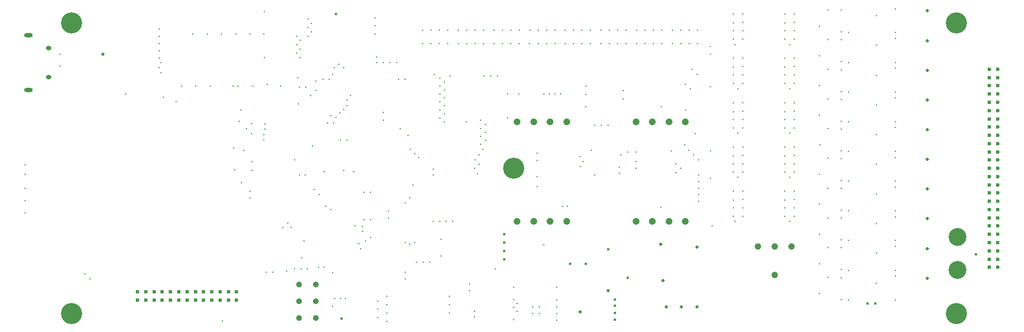
<source format=gbr>
%TF.GenerationSoftware,Altium Limited,Altium Designer,22.4.2 (48)*%
G04 Layer_Color=0*
%FSLAX45Y45*%
%MOMM*%
%TF.SameCoordinates,3A7B4B19-9BDF-4AC5-8A71-DEF6C9DA19E2*%
%TF.FilePolarity,Positive*%
%TF.FileFunction,Plated,1,6,PTH,Drill*%
%TF.Part,Single*%
G01*
G75*
%TA.AperFunction,ComponentDrill*%
%ADD188C,0.60000*%
%ADD189C,2.70000*%
%ADD190C,0.60000*%
%ADD191C,1.00000*%
%ADD192C,1.06000*%
%ADD193O,0.85000X0.65000*%
%ADD194O,1.30000X0.60000*%
%ADD195C,0.90000*%
%TA.AperFunction,ViaDrill,NotFilled*%
%ADD196C,0.30000*%
%ADD197C,0.50000*%
%ADD198C,1.00000*%
%ADD199C,0.40000*%
%ADD200C,3.20000*%
D188*
X5299999Y1630000D02*
D03*
X5050002D02*
D03*
X4924998D02*
D03*
X4675001D02*
D03*
X4550003D02*
D03*
X4300000D02*
D03*
X4175002D02*
D03*
X3925000D02*
D03*
X3800002D02*
D03*
X3800001Y1505001D02*
D03*
X5175000Y1630000D02*
D03*
X5175000Y1505001D02*
D03*
X4800000Y1630000D02*
D03*
X4424999D02*
D03*
X4424999Y1505001D02*
D03*
X4800000D02*
D03*
X4049999Y1630000D02*
D03*
Y1505001D02*
D03*
X5299998D02*
D03*
X5050002D02*
D03*
X4924998D02*
D03*
X4675001D02*
D03*
X4550003D02*
D03*
X4300001D02*
D03*
X4175002D02*
D03*
X3925000D02*
D03*
D189*
X16220000Y2460000D02*
D03*
X16220000Y1959996D02*
D03*
D190*
X16700000Y2250000D02*
D03*
X16825000D02*
D03*
X16700000Y4875000D02*
D03*
X16825000D02*
D03*
X16700000Y4625000D02*
D03*
X16825000D02*
D03*
X16700000Y4375000D02*
D03*
X16825000D02*
D03*
X16700000Y4125000D02*
D03*
X16825000D02*
D03*
X16700000Y3875000D02*
D03*
X16825000D02*
D03*
X16700000Y3625000D02*
D03*
X16825000D02*
D03*
X16700000Y3375000D02*
D03*
X16825000D02*
D03*
X16700000Y3125000D02*
D03*
X16825000D02*
D03*
X16700000Y2875000D02*
D03*
X16825000D02*
D03*
X16700000Y2625000D02*
D03*
X16825000D02*
D03*
X16700000Y2500000D02*
D03*
X16825000Y2375000D02*
D03*
Y2500000D02*
D03*
X16700000Y2125000D02*
D03*
X16825000D02*
D03*
X16700000Y2375000D02*
D03*
Y2000000D02*
D03*
X16825000D02*
D03*
Y2750000D02*
D03*
Y3000000D02*
D03*
Y3250000D02*
D03*
Y3500000D02*
D03*
Y3750000D02*
D03*
Y4000000D02*
D03*
Y4250000D02*
D03*
Y4500000D02*
D03*
Y4750000D02*
D03*
Y5000000D02*
D03*
X16700000Y2750000D02*
D03*
Y3000000D02*
D03*
Y3250000D02*
D03*
Y3500000D02*
D03*
Y3750000D02*
D03*
Y4000000D02*
D03*
Y4250000D02*
D03*
Y4500000D02*
D03*
Y4750000D02*
D03*
Y5000000D02*
D03*
D191*
X13450000Y2315000D02*
D03*
X13703999D02*
D03*
X13196001D02*
D03*
D192*
X9800000Y4199999D02*
D03*
Y2699999D02*
D03*
X10299999Y4199999D02*
D03*
X10050002Y4199999D02*
D03*
X9549998D02*
D03*
X11349998Y4200002D02*
D03*
X11600000D02*
D03*
X11850002D02*
D03*
X12099999Y4200001D02*
D03*
X12100001Y2700001D02*
D03*
X11849999Y2700001D02*
D03*
X11599997D02*
D03*
X11350000D02*
D03*
X9549998Y2699999D02*
D03*
X10050002D02*
D03*
X10299999Y2699999D02*
D03*
D193*
X2450000Y5322500D02*
D03*
Y4877497D02*
D03*
D194*
X2150001Y5517501D02*
D03*
X2150001Y4682502D02*
D03*
D195*
X6499999Y1744000D02*
D03*
X6245999D02*
D03*
Y1490000D02*
D03*
X6499999D02*
D03*
X6245998Y1236000D02*
D03*
X6499999D02*
D03*
D196*
X5410000Y3770000D02*
D03*
X5530000Y3605000D02*
D03*
Y3470000D02*
D03*
X6215000Y5502501D02*
D03*
X6500000Y4825000D02*
D03*
X6225000Y4875000D02*
D03*
X6700000Y4850000D02*
D03*
X6325000Y2400000D02*
D03*
X5365000Y4385000D02*
D03*
X6730000Y4300000D02*
D03*
X5760000Y4770000D02*
D03*
X5720000Y5180000D02*
D03*
Y5875000D02*
D03*
X5340000Y4210000D02*
D03*
X5450000Y4100000D02*
D03*
X8450000Y4565000D02*
D03*
X6240000Y4475000D02*
D03*
X6350000Y4725000D02*
D03*
X11880000Y3760000D02*
D03*
X11950000Y3565000D02*
D03*
X12025000Y3500000D02*
D03*
X12085000Y3860000D02*
D03*
X12300000Y3100000D02*
D03*
X12150000Y3775000D02*
D03*
X11160000Y4555000D02*
D03*
Y4679998D02*
D03*
X9215000Y1975000D02*
D03*
X9500000Y1695000D02*
D03*
X6062196Y1944395D02*
D03*
X7850000Y1825000D02*
D03*
Y1925000D02*
D03*
X7600000Y2850000D02*
D03*
X7325000Y2450000D02*
D03*
X7250000Y2400000D02*
D03*
X7210000Y2540000D02*
D03*
X6750000Y1920000D02*
D03*
X7600000Y2750000D02*
D03*
X7095000Y2625000D02*
D03*
X6975000Y3925000D02*
D03*
X6875000Y3925294D02*
D03*
X6425000Y4600000D02*
D03*
X6500000Y4675000D02*
D03*
X5715000Y4010000D02*
D03*
X5730000Y4170000D02*
D03*
X5725000Y4090000D02*
D03*
X5500000Y3150000D02*
D03*
X6550000Y3100000D02*
D03*
X6475000Y3175000D02*
D03*
X7975000Y3250000D02*
D03*
X6340000Y3400000D02*
D03*
X6125000Y2600000D02*
D03*
X7200000Y2620000D02*
D03*
X5500000Y3050000D02*
D03*
X5255000Y3805000D02*
D03*
X6285000Y2150000D02*
D03*
X6075000Y2675000D02*
D03*
X6975000Y4530000D02*
D03*
X7025000Y4600000D02*
D03*
X6450000Y3840000D02*
D03*
X6920000Y4390000D02*
D03*
X6860000Y4335000D02*
D03*
X6975000Y4450000D02*
D03*
X6800000Y4275000D02*
D03*
X5085000Y1185503D02*
D03*
X13600000Y5454500D02*
D03*
X12820001D02*
D03*
X11199999Y5390000D02*
D03*
X12279999D02*
D03*
X11739999D02*
D03*
X13600000Y4784500D02*
D03*
Y4114501D02*
D03*
X12820001Y4784500D02*
D03*
Y4114501D02*
D03*
X13600000Y3444501D02*
D03*
X12820001D02*
D03*
X13600000Y2774501D02*
D03*
X12820001D02*
D03*
X11100000Y3515000D02*
D03*
X10659999Y5390000D02*
D03*
X10119999D02*
D03*
X9579999D02*
D03*
X10587500Y4617500D02*
D03*
X9039999Y5390000D02*
D03*
X8499999D02*
D03*
X9050000Y4900000D02*
D03*
X9850000Y3730002D02*
D03*
X10500000Y3530002D02*
D03*
X7525000Y4350000D02*
D03*
X6680000Y4190000D02*
D03*
X7775000Y4100000D02*
D03*
X6385000Y5632501D02*
D03*
X4156716Y5100000D02*
D03*
X3620000Y4625000D02*
D03*
X5275000Y3475000D02*
D03*
X4379998Y4510000D02*
D03*
X2100000Y3550000D02*
D03*
X9850000Y3225000D02*
D03*
X8275000Y3400000D02*
D03*
X7850000Y2975000D02*
D03*
X8400000Y2175000D02*
D03*
X10150000Y1700000D02*
D03*
Y1500000D02*
D03*
X9885000Y1300000D02*
D03*
Y1400000D02*
D03*
X9785000D02*
D03*
Y1300000D02*
D03*
X7575000Y1433500D02*
D03*
X6725000Y2875000D02*
D03*
X7175000Y2280000D02*
D03*
X2100000Y2819998D02*
D03*
X5850000Y1925000D02*
D03*
X3000000Y1900000D02*
D03*
X8775000Y4200000D02*
D03*
X8535000Y4900000D02*
D03*
X7850000Y2375000D02*
D03*
X7925000Y2350000D02*
D03*
X8000000Y2375000D02*
D03*
X6750000Y1410000D02*
D03*
X11725000Y2905000D02*
D03*
X6950000Y1525000D02*
D03*
X7440000Y1490000D02*
D03*
Y1240000D02*
D03*
Y1365000D02*
D03*
X6870000Y1525000D02*
D03*
X6790000D02*
D03*
X6770000Y4190000D02*
D03*
X4465000Y4745000D02*
D03*
X4125000Y5025000D02*
D03*
X4150000Y4951252D02*
D03*
X4125000Y5281249D02*
D03*
Y5171252D02*
D03*
Y5391251D02*
D03*
Y5501248D02*
D03*
Y5611251D02*
D03*
X7225000Y3140000D02*
D03*
X7325000D02*
D03*
X6264930Y5307423D02*
D03*
X6265000Y5437500D02*
D03*
X6385000Y5502501D02*
D03*
X6215000Y5372500D02*
D03*
X8275000Y3485000D02*
D03*
X6625000Y3450000D02*
D03*
X6175000Y3625000D02*
D03*
X6925000Y3465000D02*
D03*
X7075000Y3450000D02*
D03*
X7150000Y2355000D02*
D03*
X6250000Y3400000D02*
D03*
X7525000Y4225000D02*
D03*
X7900000Y4000000D02*
D03*
X6650000Y2925000D02*
D03*
X9950000Y2345000D02*
D03*
X5370000Y3285000D02*
D03*
X8575000Y2700000D02*
D03*
X10230000Y2925000D02*
D03*
X10310000D02*
D03*
X7725000Y5100000D02*
D03*
X7625000D02*
D03*
X7525000D02*
D03*
X7425000D02*
D03*
Y5185000D02*
D03*
X7325000Y2725000D02*
D03*
X7225000D02*
D03*
X9400000Y4265000D02*
D03*
X8450000Y4205000D02*
D03*
X10035000Y4625000D02*
D03*
X7750000Y4850000D02*
D03*
X7850000D02*
D03*
X10205000Y4625000D02*
D03*
X10120000D02*
D03*
X10587500Y4430001D02*
D03*
X11350000Y3750000D02*
D03*
X11225000D02*
D03*
X9950000Y4625000D02*
D03*
X10725000Y4150000D02*
D03*
X10675000Y3775000D02*
D03*
X10550000Y3600000D02*
D03*
X10500000Y3679999D02*
D03*
X9850000Y3375000D02*
D03*
Y3620000D02*
D03*
X10925000Y4150000D02*
D03*
X10825000D02*
D03*
X11125000Y3700000D02*
D03*
X11100000Y3425000D02*
D03*
X10725000Y3400000D02*
D03*
X8025000Y2075000D02*
D03*
X8125000D02*
D03*
X8225000D02*
D03*
X11735000Y4435000D02*
D03*
X11350000Y3600000D02*
D03*
Y3500000D02*
D03*
X11950000Y3435000D02*
D03*
X8060000Y3660000D02*
D03*
X8372997Y5390000D02*
D03*
X8245997Y5590000D02*
D03*
X8372997D02*
D03*
X7995000Y3725000D02*
D03*
X7930000Y3790000D02*
D03*
X8245997Y5390000D02*
D03*
X8900000Y1330000D02*
D03*
Y1250000D02*
D03*
X8825000Y1750000D02*
D03*
Y1650000D02*
D03*
X9495000Y1510000D02*
D03*
X8400000Y2425000D02*
D03*
X9550000Y1450000D02*
D03*
X9495000Y1390000D02*
D03*
X9550000Y1330000D02*
D03*
X9500000Y1210000D02*
D03*
X10150000Y1200000D02*
D03*
Y1300000D02*
D03*
Y1400000D02*
D03*
X8525000Y1305000D02*
D03*
Y1435000D02*
D03*
Y1560500D02*
D03*
X7575000Y1306500D02*
D03*
X6540000Y2000000D02*
D03*
X6375000Y1975000D02*
D03*
X7575000Y1179500D02*
D03*
Y1560500D02*
D03*
X6625000Y2000000D02*
D03*
X15280000Y1505000D02*
D03*
X12500000Y2630000D02*
D03*
X8475000Y2700000D02*
D03*
X12300000Y3400000D02*
D03*
X8375000Y2700000D02*
D03*
X8275000D02*
D03*
X7925000Y3050000D02*
D03*
X12300000Y3000000D02*
D03*
Y3200000D02*
D03*
Y3300000D02*
D03*
Y3625000D02*
D03*
X12475000Y3765000D02*
D03*
X12225000Y3700000D02*
D03*
X8945000Y3420000D02*
D03*
X8900000Y3500000D02*
D03*
X8975000Y3560000D02*
D03*
X8910000Y3630000D02*
D03*
X8975000Y3700000D02*
D03*
X12250000Y4025000D02*
D03*
X12275000Y4925000D02*
D03*
X12175000Y4700000D02*
D03*
X12200000Y5000000D02*
D03*
X12100000Y4775000D02*
D03*
X9000000Y4225000D02*
D03*
X9575000Y4625000D02*
D03*
X12475000Y4735000D02*
D03*
X13600000Y4360000D02*
D03*
Y4495501D02*
D03*
X9400000Y4625000D02*
D03*
X9250000Y4900000D02*
D03*
X12820001Y5165500D02*
D03*
X12970001D02*
D03*
X13675000Y5375000D02*
D03*
X8375000Y4865000D02*
D03*
X8295000Y4925000D02*
D03*
X12820001Y5835500D02*
D03*
X12025997Y5390000D02*
D03*
X12105000Y4385000D02*
D03*
X12152997Y5390000D02*
D03*
X9737499D02*
D03*
X11072997Y5590000D02*
D03*
X11357499Y5390000D02*
D03*
X11072997D02*
D03*
X12152997Y5590000D02*
D03*
X9150000Y4900000D02*
D03*
X14135001Y3855001D02*
D03*
X14460001Y3765000D02*
D03*
X14460001Y3644995D02*
D03*
Y1844995D02*
D03*
X14460001Y1965000D02*
D03*
X12475000Y3350000D02*
D03*
X14255000Y2300001D02*
D03*
X14460001Y2294995D02*
D03*
X14460001Y2415000D02*
D03*
Y2865000D02*
D03*
X14460001Y2744995D02*
D03*
X14125000Y3405001D02*
D03*
X13675000Y4705000D02*
D03*
X12895001D02*
D03*
X12820001Y4495501D02*
D03*
X14460001Y4665000D02*
D03*
X14460001Y4544994D02*
D03*
X14125000Y2055001D02*
D03*
X12475000Y5225000D02*
D03*
Y5350000D02*
D03*
X14255000Y5000000D02*
D03*
Y5450000D02*
D03*
X14460001Y5565000D02*
D03*
X14460001Y5444994D02*
D03*
X14564999Y5105000D02*
D03*
Y4655000D02*
D03*
Y4205000D02*
D03*
Y3755000D02*
D03*
Y3305000D02*
D03*
Y2855000D02*
D03*
Y2405000D02*
D03*
Y1955000D02*
D03*
Y1505000D02*
D03*
Y5555000D02*
D03*
X9035000Y3785000D02*
D03*
X9000000Y3865000D02*
D03*
X9075000Y3925000D02*
D03*
X9000000Y3985000D02*
D03*
X9075000Y4045000D02*
D03*
X9000000Y4105000D02*
D03*
X9075000Y4165000D02*
D03*
X8375000Y4265000D02*
D03*
Y4385000D02*
D03*
Y4505000D02*
D03*
X8450000Y4685000D02*
D03*
X8375000Y4745000D02*
D03*
X8450000Y4325000D02*
D03*
Y4445000D02*
D03*
X8375000Y4625000D02*
D03*
X8450000Y4805000D02*
D03*
X14255000Y1850001D02*
D03*
X13750000Y3155501D02*
D03*
X14125000Y2505001D02*
D03*
Y2955001D02*
D03*
X13750000Y5454500D02*
D03*
X12970001Y2774501D02*
D03*
Y2901501D02*
D03*
Y3028501D02*
D03*
Y3155501D02*
D03*
X12850000Y2695000D02*
D03*
X12820001Y2901501D02*
D03*
Y3020000D02*
D03*
Y3155501D02*
D03*
X13750000Y2774501D02*
D03*
Y2901501D02*
D03*
Y3028501D02*
D03*
X13675000Y2695000D02*
D03*
X13600000Y2901501D02*
D03*
Y3020000D02*
D03*
Y3155501D02*
D03*
X12970001Y3444501D02*
D03*
Y3571501D02*
D03*
Y3698501D02*
D03*
Y3825501D02*
D03*
X12895001Y3365000D02*
D03*
X12820001Y3571501D02*
D03*
Y3690000D02*
D03*
Y3825501D02*
D03*
X13750000Y3444501D02*
D03*
Y3571501D02*
D03*
Y3698501D02*
D03*
Y3825501D02*
D03*
X13675000Y3365000D02*
D03*
X13600000Y3571501D02*
D03*
Y3690000D02*
D03*
Y3825501D02*
D03*
X12970001Y4114501D02*
D03*
Y4241501D02*
D03*
Y4368501D02*
D03*
Y4495501D02*
D03*
X12895001Y4035000D02*
D03*
X12820001Y4241501D02*
D03*
Y4360000D02*
D03*
X13750000Y4114501D02*
D03*
Y4241501D02*
D03*
Y4368501D02*
D03*
Y4495501D02*
D03*
X13675000Y4035000D02*
D03*
X13600000Y4241501D02*
D03*
X12970001Y4784500D02*
D03*
Y4911500D02*
D03*
Y5038500D02*
D03*
X12820001Y4911500D02*
D03*
Y5030000D02*
D03*
X13750000Y4784500D02*
D03*
Y4911500D02*
D03*
Y5038500D02*
D03*
Y5165500D02*
D03*
X13600000Y4911500D02*
D03*
Y5030000D02*
D03*
Y5165500D02*
D03*
X12970001Y5454500D02*
D03*
Y5581500D02*
D03*
Y5708500D02*
D03*
Y5835500D02*
D03*
X12850000Y5375000D02*
D03*
X12820001Y5581500D02*
D03*
Y5700000D02*
D03*
X13600000D02*
D03*
X14460001Y1515000D02*
D03*
X14125000Y1605001D02*
D03*
X15280000Y1865000D02*
D03*
X14989999Y1759995D02*
D03*
X15280000Y1955000D02*
D03*
Y2315000D02*
D03*
X14989999Y2209995D02*
D03*
X15280000Y2405000D02*
D03*
Y2765000D02*
D03*
X14989999Y2659995D02*
D03*
X14255000Y2750001D02*
D03*
X15280000Y2854999D02*
D03*
Y3214999D02*
D03*
X14460001Y3194995D02*
D03*
X14989999Y3109995D02*
D03*
X14255000Y3200001D02*
D03*
X14460001Y3315000D02*
D03*
X15280000Y3304999D02*
D03*
Y3664999D02*
D03*
X14989999Y3559995D02*
D03*
X14255000Y3650001D02*
D03*
X15280000Y3754999D02*
D03*
Y4114999D02*
D03*
X14460001Y4094995D02*
D03*
X14989999Y4009995D02*
D03*
X14255000Y4100000D02*
D03*
X14460001Y4215000D02*
D03*
X14125000Y4305001D02*
D03*
X15280000Y4204999D02*
D03*
Y4564999D02*
D03*
X14989999Y4459995D02*
D03*
X14255000Y4550000D02*
D03*
X14125000Y4755000D02*
D03*
X15280000Y4654999D02*
D03*
Y5014999D02*
D03*
X14460001Y4994994D02*
D03*
X14989999Y4909994D02*
D03*
X14460001Y5115000D02*
D03*
X14125000Y5205000D02*
D03*
X15280000Y5104999D02*
D03*
Y5464999D02*
D03*
X14989999Y5359994D02*
D03*
X14125000Y5655000D02*
D03*
X15280000Y5554999D02*
D03*
Y5914999D02*
D03*
X14255000Y5900000D02*
D03*
X14460001Y5894994D02*
D03*
X14989999Y5809994D02*
D03*
X13600000Y5581500D02*
D03*
X13750000D02*
D03*
Y5708500D02*
D03*
Y5835500D02*
D03*
X13600000D02*
D03*
X6250000Y4725000D02*
D03*
X6275000Y1975000D02*
D03*
X6000000Y2600000D02*
D03*
X6175000Y1975000D02*
D03*
X5750000Y1925000D02*
D03*
X4185000Y4575000D02*
D03*
X3075000Y1825000D02*
D03*
X2100000Y3010000D02*
D03*
Y3200000D02*
D03*
Y3410000D02*
D03*
X5710000Y3930000D02*
D03*
X5525000Y4025000D02*
D03*
Y4175000D02*
D03*
X5970001Y4745000D02*
D03*
X2625000Y5050000D02*
D03*
Y5225000D02*
D03*
X5245000Y4745000D02*
D03*
X5325001Y4745000D02*
D03*
X5715001Y5530000D02*
D03*
X5500000D02*
D03*
X6435000Y5567501D02*
D03*
Y5697501D02*
D03*
X6385000Y5762501D02*
D03*
X6265000Y5177500D02*
D03*
X6215000Y5242500D02*
D03*
X7400000Y5531361D02*
D03*
Y5781361D02*
D03*
Y5656361D02*
D03*
X5540001Y4745000D02*
D03*
X5285000Y5530000D02*
D03*
X5070000D02*
D03*
X4855000D02*
D03*
X4640000D02*
D03*
X4680001Y4745000D02*
D03*
X4895001D02*
D03*
X10587500Y4742500D02*
D03*
X6610000Y4850000D02*
D03*
X6750000Y4925000D02*
D03*
X6775000Y5025000D02*
D03*
X6850000Y5075000D02*
D03*
X6925000Y5025000D02*
D03*
X12279997Y5590000D02*
D03*
X11897499Y5390000D02*
D03*
X12025997Y5590000D02*
D03*
X11898997D02*
D03*
X11739997D02*
D03*
X11612997D02*
D03*
X11485997Y5390000D02*
D03*
X11612997D02*
D03*
X11485997Y5590000D02*
D03*
X11358997D02*
D03*
X11199997D02*
D03*
X10945997Y5390000D02*
D03*
X10817499D02*
D03*
X10945997Y5590000D02*
D03*
X10818997D02*
D03*
X10659997D02*
D03*
X10532997D02*
D03*
X10405997Y5390000D02*
D03*
X10277499D02*
D03*
X10532997D02*
D03*
X10405997Y5590000D02*
D03*
X10278997D02*
D03*
X10119997D02*
D03*
X9992997D02*
D03*
X9865997Y5390000D02*
D03*
X9992997D02*
D03*
X9865997Y5590000D02*
D03*
X9738997D02*
D03*
X9579997D02*
D03*
X9452997D02*
D03*
X9325997Y5390000D02*
D03*
X9197500D02*
D03*
X9452997D02*
D03*
X9325997Y5590000D02*
D03*
X9198997D02*
D03*
X9039997D02*
D03*
X8912997D02*
D03*
X8785997Y5390000D02*
D03*
X8657500D02*
D03*
X8912997D02*
D03*
X8785997Y5590000D02*
D03*
X8658997D02*
D03*
X8117500Y5390000D02*
D03*
X8118997Y5590000D02*
D03*
X8499997D02*
D03*
D197*
X15764999Y5884994D02*
D03*
Y4984994D02*
D03*
Y5434994D02*
D03*
Y4534994D02*
D03*
Y4084995D02*
D03*
Y3634995D02*
D03*
Y3184995D02*
D03*
Y2734995D02*
D03*
Y2284995D02*
D03*
Y1834995D02*
D03*
X12040000Y1400000D02*
D03*
X11755000Y1800000D02*
D03*
X10500000Y1325000D02*
D03*
X10925000Y1650000D02*
D03*
X3275000Y5225000D02*
D03*
X12270000Y2310000D02*
D03*
X11725000Y2350000D02*
D03*
X12270000Y1400000D02*
D03*
X11810000D02*
D03*
D198*
X13450000Y1880000D02*
D03*
D199*
X11225000Y1845000D02*
D03*
X6800000Y5840000D02*
D03*
X6885000Y1225000D02*
D03*
X11025000Y1210000D02*
D03*
Y1310000D02*
D03*
Y1415000D02*
D03*
Y1515000D02*
D03*
X10350000Y2050000D02*
D03*
X10585002D02*
D03*
X10925000Y2269999D02*
D03*
X9350000Y2120000D02*
D03*
Y2245000D02*
D03*
Y2375000D02*
D03*
Y2500000D02*
D03*
X14975000Y1450000D02*
D03*
X14855000D02*
D03*
X16500000Y2200000D02*
D03*
D200*
X16200000Y5700000D02*
D03*
X9500000Y3500000D02*
D03*
X16200000Y1300000D02*
D03*
X2800000Y5700000D02*
D03*
Y1300000D02*
D03*
%TF.MD5,53d19612219aca445c6455a5186d0ba5*%
M02*

</source>
